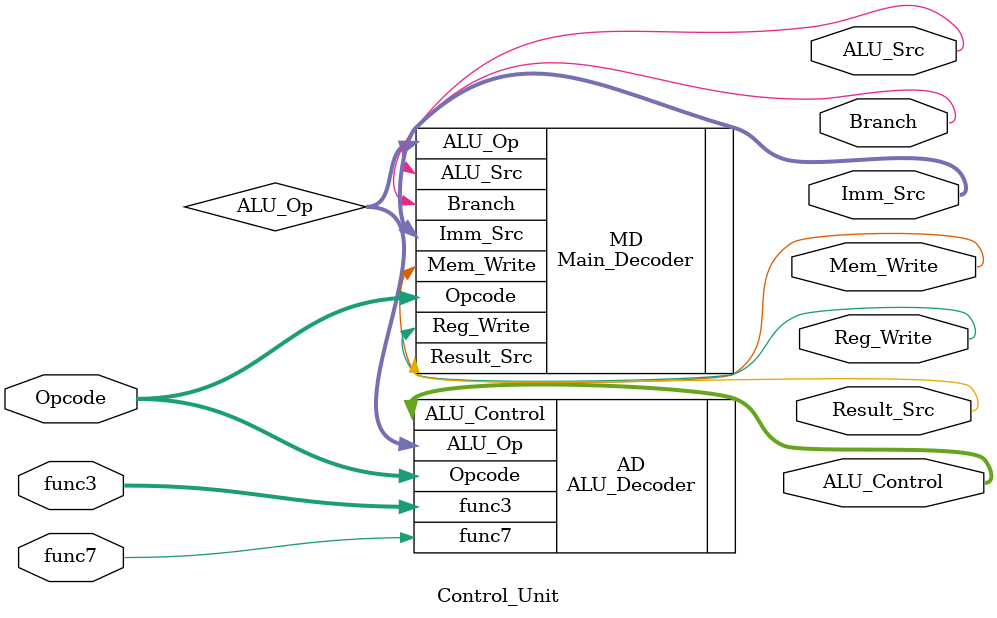
<source format=v>
module Control_Unit(
  input [6:0]Opcode,
  input [2:0]func3,
  input func7,
  output Branch,Mem_Write,Reg_Write,Result_Src,ALU_Src,
  output [1:0]Imm_Src,
  output [2:0]ALU_Control
  );
  
  wire [1:0]ALU_Op;
  
  Main_Decoder MD(
                 .Opcode(Opcode),
                 .Reg_Write(Reg_Write),
                 .Mem_Write(Mem_Write),
                 .Result_Src(Result_Src),
                 .Branch(Branch),
                 .ALU_Src(ALU_Src),
                 .ALU_Op(ALU_Op),
                 .Imm_Src(Imm_Src)
               );
 ALU_Decoder AD (
                .Opcode(Opcode),
                .func3(func3),
                .func7(func7),
                .ALU_Op(ALU_Op),
                .ALU_Control(ALU_Control) 
              );  
              
 endmodule            
</source>
